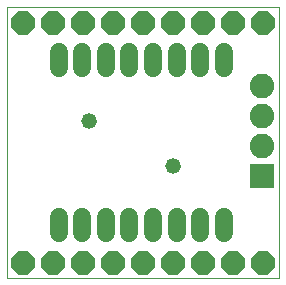
<source format=gts>
G75*
%MOIN*%
%OFA0B0*%
%FSLAX25Y25*%
%IPPOS*%
%LPD*%
%AMOC8*
5,1,8,0,0,1.08239X$1,22.5*
%
%ADD10C,0.00000*%
%ADD11OC8,0.07800*%
%ADD12C,0.06156*%
%ADD13R,0.08200X0.08200*%
%ADD14C,0.08200*%
%ADD15C,0.05200*%
D10*
X0007600Y0009100D02*
X0098301Y0009100D01*
X0098301Y0099561D01*
X0007600Y0099561D01*
X0007600Y0009100D01*
D11*
X0013100Y0014100D03*
X0023100Y0014100D03*
X0033100Y0014100D03*
X0043100Y0014100D03*
X0053100Y0014100D03*
X0063100Y0014100D03*
X0073100Y0014100D03*
X0083100Y0014100D03*
X0093100Y0014100D03*
X0093100Y0094100D03*
X0083100Y0094100D03*
X0073100Y0094100D03*
X0063100Y0094100D03*
X0053100Y0094100D03*
X0043100Y0094100D03*
X0033100Y0094100D03*
X0023100Y0094100D03*
X0013100Y0094100D03*
D12*
X0024865Y0084643D02*
X0024865Y0079287D01*
X0032739Y0079287D02*
X0032739Y0084643D01*
X0040613Y0084643D02*
X0040613Y0079287D01*
X0048487Y0079287D02*
X0048487Y0084643D01*
X0056361Y0084643D02*
X0056361Y0079287D01*
X0064235Y0079287D02*
X0064235Y0084643D01*
X0072109Y0084643D02*
X0072109Y0079287D01*
X0079983Y0079287D02*
X0079983Y0084643D01*
X0079983Y0029525D02*
X0079983Y0024169D01*
X0072109Y0024169D02*
X0072109Y0029525D01*
X0064235Y0029525D02*
X0064235Y0024169D01*
X0056361Y0024169D02*
X0056361Y0029525D01*
X0048487Y0029525D02*
X0048487Y0024169D01*
X0040613Y0024169D02*
X0040613Y0029525D01*
X0032739Y0029525D02*
X0032739Y0024169D01*
X0024865Y0024169D02*
X0024865Y0029525D01*
D13*
X0092600Y0043100D03*
D14*
X0092600Y0053100D03*
X0092600Y0063100D03*
X0092600Y0073100D03*
D15*
X0063100Y0046600D03*
X0035100Y0061600D03*
M02*

</source>
